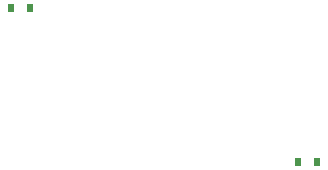
<source format=gtp>
G04*
G04 #@! TF.GenerationSoftware,Altium Limited,Altium Designer,22.4.2 (48)*
G04*
G04 Layer_Color=8421504*
%FSLAX23Y23*%
%MOIN*%
G70*
G04*
G04 #@! TF.SameCoordinates,3F3D87A5-55CA-4D91-88C0-6D81586DF976*
G04*
G04*
G04 #@! TF.FilePolarity,Positive*
G04*
G01*
G75*
%ADD16R,0.024X0.028*%
D16*
X1163Y1949D02*
D03*
X1100Y1949D02*
D03*
X2055Y1437D02*
D03*
X2118D02*
D03*
M02*

</source>
